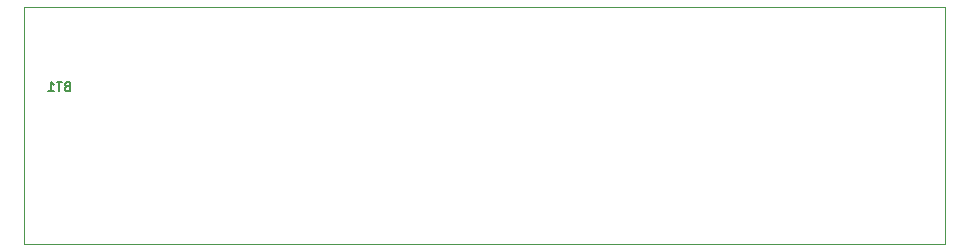
<source format=gbr>
%TF.GenerationSoftware,KiCad,Pcbnew,9.0.6*%
%TF.CreationDate,2026-02-05T22:19:05+05:30*%
%TF.ProjectId,Vitalung_V0.1,56697461-6c75-46e6-975f-56302e312e6b,0.1*%
%TF.SameCoordinates,PX7057c40PY68e7780*%
%TF.FileFunction,Legend,Bot*%
%TF.FilePolarity,Positive*%
%FSLAX46Y46*%
G04 Gerber Fmt 4.6, Leading zero omitted, Abs format (unit mm)*
G04 Created by KiCad (PCBNEW 9.0.6) date 2026-02-05 22:19:05*
%MOMM*%
%LPD*%
G01*
G04 APERTURE LIST*
%ADD10C,0.150000*%
%ADD11C,0.120000*%
G04 APERTURE END LIST*
D10*
X4728571Y19356753D02*
X4614285Y19318658D01*
X4614285Y19318658D02*
X4576190Y19280562D01*
X4576190Y19280562D02*
X4538094Y19204372D01*
X4538094Y19204372D02*
X4538094Y19090086D01*
X4538094Y19090086D02*
X4576190Y19013896D01*
X4576190Y19013896D02*
X4614285Y18975800D01*
X4614285Y18975800D02*
X4690475Y18937705D01*
X4690475Y18937705D02*
X4995237Y18937705D01*
X4995237Y18937705D02*
X4995237Y19737705D01*
X4995237Y19737705D02*
X4728571Y19737705D01*
X4728571Y19737705D02*
X4652380Y19699610D01*
X4652380Y19699610D02*
X4614285Y19661515D01*
X4614285Y19661515D02*
X4576190Y19585324D01*
X4576190Y19585324D02*
X4576190Y19509134D01*
X4576190Y19509134D02*
X4614285Y19432943D01*
X4614285Y19432943D02*
X4652380Y19394848D01*
X4652380Y19394848D02*
X4728571Y19356753D01*
X4728571Y19356753D02*
X4995237Y19356753D01*
X4309523Y19737705D02*
X3852380Y19737705D01*
X4080952Y18937705D02*
X4080952Y19737705D01*
X3166666Y18937705D02*
X3623809Y18937705D01*
X3395237Y18937705D02*
X3395237Y19737705D01*
X3395237Y19737705D02*
X3471428Y19623420D01*
X3471428Y19623420D02*
X3547618Y19547229D01*
X3547618Y19547229D02*
X3623809Y19509134D01*
D11*
%TO.C,BT1*%
X1075000Y26090000D02*
X1075000Y5990000D01*
X1075000Y5990000D02*
X79075000Y5990000D01*
X79075000Y26090000D02*
X1075000Y26090000D01*
X79075000Y5990000D02*
X79075000Y26090000D01*
%TD*%
M02*

</source>
